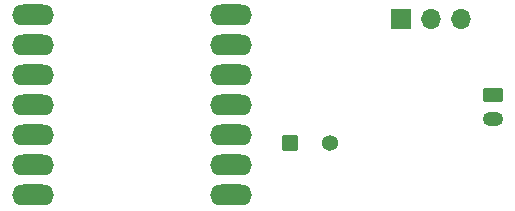
<source format=gbr>
%TF.GenerationSoftware,KiCad,Pcbnew,8.0.8*%
%TF.CreationDate,2025-02-10T00:24:17-08:00*%
%TF.ProjectId,514_final_sensor_pcb,3531345f-6669-46e6-916c-5f73656e736f,rev?*%
%TF.SameCoordinates,Original*%
%TF.FileFunction,Soldermask,Bot*%
%TF.FilePolarity,Negative*%
%FSLAX46Y46*%
G04 Gerber Fmt 4.6, Leading zero omitted, Abs format (unit mm)*
G04 Created by KiCad (PCBNEW 8.0.8) date 2025-02-10 00:24:17*
%MOMM*%
%LPD*%
G01*
G04 APERTURE LIST*
G04 Aperture macros list*
%AMRoundRect*
0 Rectangle with rounded corners*
0 $1 Rounding radius*
0 $2 $3 $4 $5 $6 $7 $8 $9 X,Y pos of 4 corners*
0 Add a 4 corners polygon primitive as box body*
4,1,4,$2,$3,$4,$5,$6,$7,$8,$9,$2,$3,0*
0 Add four circle primitives for the rounded corners*
1,1,$1+$1,$2,$3*
1,1,$1+$1,$4,$5*
1,1,$1+$1,$6,$7*
1,1,$1+$1,$8,$9*
0 Add four rect primitives between the rounded corners*
20,1,$1+$1,$2,$3,$4,$5,0*
20,1,$1+$1,$4,$5,$6,$7,0*
20,1,$1+$1,$6,$7,$8,$9,0*
20,1,$1+$1,$8,$9,$2,$3,0*%
G04 Aperture macros list end*
%ADD10RoundRect,0.250000X-0.625000X0.350000X-0.625000X-0.350000X0.625000X-0.350000X0.625000X0.350000X0*%
%ADD11O,1.750000X1.200000*%
%ADD12RoundRect,0.102000X-0.579000X-0.579000X0.579000X-0.579000X0.579000X0.579000X-0.579000X0.579000X0*%
%ADD13C,1.362000*%
%ADD14O,3.556000X1.778000*%
%ADD15R,1.700000X1.700000*%
%ADD16O,1.700000X1.700000*%
G04 APERTURE END LIST*
D10*
%TO.C,BT1*%
X112500000Y-64500000D03*
D11*
X112500000Y-66500000D03*
%TD*%
D12*
%TO.C,R2*%
X95350000Y-68500000D03*
D13*
X98750000Y-68500000D03*
%TD*%
D14*
%TO.C,U2*%
X73618000Y-57730500D03*
X73618000Y-60270500D03*
X73618000Y-62810500D03*
X73618000Y-65350500D03*
X73618000Y-67890500D03*
X73618000Y-70430500D03*
X73618000Y-72970500D03*
X90382000Y-57730500D03*
X90382000Y-60270500D03*
X90382000Y-62810500D03*
X90382000Y-65350500D03*
X90382000Y-67890500D03*
X90382000Y-70430500D03*
X90382000Y-72970500D03*
%TD*%
D15*
%TO.C,SW1*%
X104725000Y-58000000D03*
D16*
X107265000Y-58000000D03*
X109805000Y-58000000D03*
%TD*%
M02*

</source>
